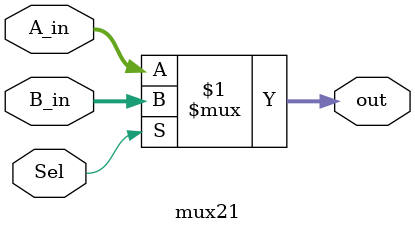
<source format=v>
`timescale 1ns / 1ps

module mux21(
            input [31:0] A_in, 
            input [31:0] B_in, 
            input Sel, 
            output [31:0] out
            );

   //assign out = (A_in & ~(Sel)) | (B_in & Sel);
   assign out = Sel ? B_in : A_in;

endmodule
</source>
